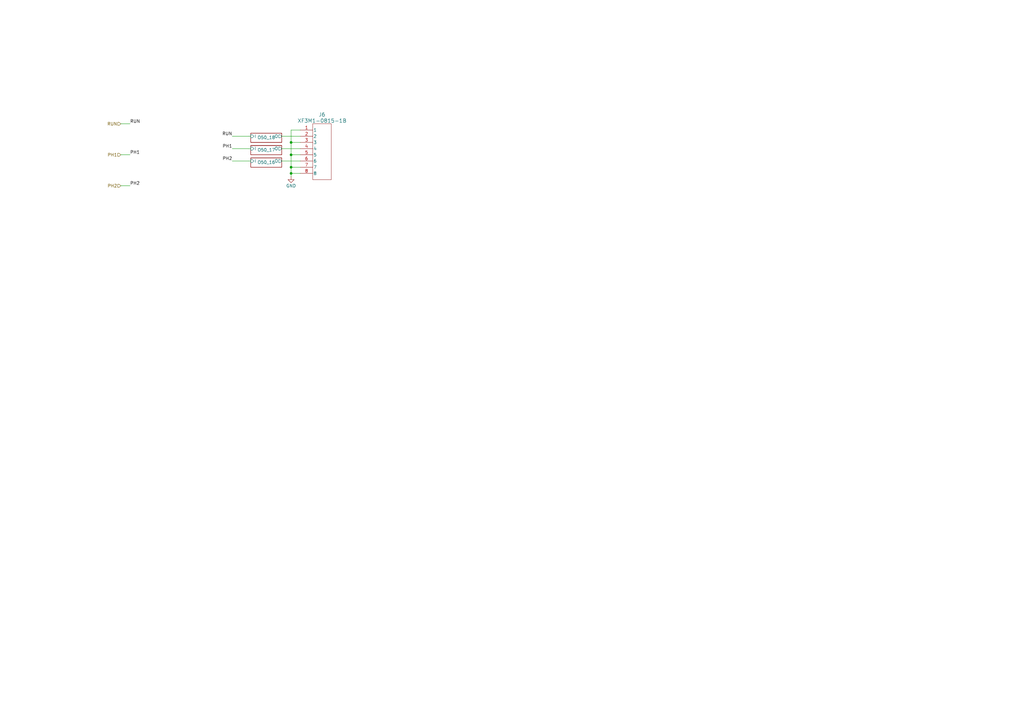
<source format=kicad_sch>
(kicad_sch (version 20230121) (generator eeschema)
  (paper "A3")
  (lib_symbols
    (symbol "MevaLlibreria:XF3M1-0815-1B" (pin_names (offset 0.254))
      (property "Reference" "J" (at 8.89 6.35 0))
      (property "Value" "XF3M1-0815-1B" (at 0 0 0))
      (symbol "XF3M1-0815-1B_0_1"
        (polyline (pts (xy 5.08 -20.32) (xy 12.7 -20.32)) (stroke (width 0.127)))
        (polyline (pts (xy 5.08 2.54) (xy 5.08 -20.32)) (stroke (width 0.127)))
        (polyline (pts (xy 12.7 -20.32) (xy 12.7 2.54)) (stroke (width 0.127)))
        (polyline (pts (xy 12.7 2.54) (xy 5.08 2.54)) (stroke (width 0.127)))
        (pin passive line (at 0 0 0) (length 5.08) (name "1") (number "1"))
        (pin passive line (at 0 -2.54 0) (length 5.08) (name "2") (number "2"))
        (pin passive line (at 0 -5.08 0) (length 5.08) (name "3") (number "3"))
        (pin passive line (at 0 -7.62 0) (length 5.08) (name "4") (number "4"))
        (pin passive line (at 0 -10.16 0) (length 5.08) (name "5") (number "5"))
        (pin passive line (at 0 -12.7 0) (length 5.08) (name "6") (number "6"))
        (pin passive line (at 0 -15.24 0) (length 5.08) (name "7") (number "7"))
        (pin passive line (at 0 -17.78 0) (length 5.08) (name "8") (number "8"))
      )
    )
    (symbol "power:GND" (power) (pin_names (offset 0))
      (property "Value" "GND" (at 0 -3.81 0))
      (symbol "GND_0_1"
        (polyline (pts (xy 0 0) (xy 0 -1.27) (xy 1.27 -1.27) (xy 0 -2.54) (xy -1.27 -1.27) (xy 0 -1.27)))
      )
      (symbol "GND_1_1"
        (pin power_in line (at 0 0 270) (length 0) hide (name "GND") (number "1"))
      )
    )
  )
  (junction (at 119.38 68.58))
  (junction (at 119.38 63.5))
  (junction (at 119.38 71.12))
  (junction (at 119.38 58.42))
  (wire (pts (xy 119.38 53.34) (xy 119.38 58.42)))
  (wire (pts (xy 123.19 53.34) (xy 119.38 53.34)))
  (wire (pts (xy 95.25 60.96) (xy 102.87 60.96)))
  (wire (pts (xy 119.38 58.42) (xy 119.38 63.5)))
  (wire (pts (xy 123.19 68.58) (xy 119.38 68.58)))
  (wire (pts (xy 123.19 60.96) (xy 115.57 60.96)))
  (wire (pts (xy 123.19 63.5) (xy 119.38 63.5)))
  (wire (pts (xy 123.19 58.42) (xy 119.38 58.42)))
  (wire (pts (xy 95.25 66.04) (xy 102.87 66.04)))
  (wire (pts (xy 53.34 50.8) (xy 49.53 50.8)))
  (wire (pts (xy 119.38 63.5) (xy 119.38 68.58)))
  (wire (pts (xy 119.38 68.58) (xy 119.38 71.12)))
  (wire (pts (xy 119.38 71.12) (xy 119.38 72.39)))
  (wire (pts (xy 95.25 55.88) (xy 102.87 55.88)))
  (wire (pts (xy 115.57 66.04) (xy 123.19 66.04)))
  (wire (pts (xy 53.34 63.5) (xy 49.53 63.5)))
  (wire (pts (xy 53.34 76.2) (xy 49.53 76.2)))
  (wire (pts (xy 123.19 71.12) (xy 119.38 71.12)))
  (wire (pts (xy 115.57 55.88) (xy 123.19 55.88)))
  (label "PH2" (at 95.25 66.04 180))
  (label "RUN" (at 53.34 50.8 0))
  (label "PH1" (at 95.25 60.96 180))
  (label "PH1" (at 53.34 63.5 0))
  (label "RUN" (at 95.25 55.88 180))
  (label "PH2" (at 53.34 76.2 0))
  (hierarchical_label "PH1" (shape input) (at 49.53 63.5 180))
  (hierarchical_label "PH2" (shape input) (at 49.53 76.2 180))
  (hierarchical_label "RUN" (shape input) (at 49.53 50.8 180))
  (symbol (lib_id "MevaLlibreria:XF3M1-0815-1B") (at 123.19 53.34 0) (unit 1)
    (property "Reference" "J6" (at 132.08 46.99 0) (effects (font (size 1.524 1.524))))
    (property "Value" "XF3M1-0815-1B" (at 132.08 49.53 0) (effects (font (size 1.524 1.524))))
    (property "Footprint" "MevaLlibreriaFootprint:CONN_XF3M1-0815-1B_OMR" (effects hide))
    (property "Datasheet" "XF3M1-0815-1B" (effects hide))
    (instances (project "MiniCalc_A" (path "" (reference "J6") (unit 1))) (project "MinicalcControlPanel" (path "" (reference "J?") (unit 1)) (path "" (reference "J7") (unit 1)) (path "" (reference "J9") (unit 1)) (path "" (reference "J6") (unit 1)) (path "" (reference "J7") (unit 1)) (path "" (reference "J8") (unit 1)) (path "" (reference "J12") (unit 1)) (path "" (reference "J10") (unit 1)) (path "" (reference "J13") (unit 1)) (path "" (reference "J11") (unit 1))))
  )
  (symbol (lib_id "power:GND") (at 119.38 72.39 0) (mirror y) (unit 1)
    (property "Reference" "#PWR07" (effects hide))
    (property "Value" "GND" (at 119.38 76.2 0))
    (instances (project "MiniCalc_A" (path "" (reference "#PWR07") (unit 1))) (project "MinicalcControlPanel" (path "" (reference "#PWR?") (unit 1)) (path "" (reference "#PWR042") (unit 1)) (path "" (reference "#PWR070") (unit 1)) (path "" (reference "#PWR049") (unit 1)) (path "" (reference "#PWR056") (unit 1)) (path "" (reference "#PWR063") (unit 1)) (path "" (reference "#PWR087") (unit 1)) (path "" (reference "#PWR079") (unit 1)) (path "" (reference "#PWR098") (unit 1)) (path "" (reference "#PWR080") (unit 1))))
  )
  (sheet (at 102.87 64.77) (size 12.7 3.81) (stroke (width 0.1524))
    (property "Sheetname" "O50_16" (at 109.22 67.31 0) (effects (justify bottom)))
    (property "Sheetfile" "../HierarchicalSheets/LineEmitter50.kicad_sch" (effects hide))
    (pin "I" input (at 102.87 66.04 180))
    (pin "O" output (at 115.57 66.04 0))
  )
  (sheet (at 102.87 59.69) (size 12.7 3.81) (stroke (width 0.1524))
    (property "Sheetname" "O50_17" (at 109.22 62.23 0) (effects (justify bottom)))
    (property "Sheetfile" "../HierarchicalSheets/LineEmitter50.kicad_sch" (effects hide))
    (pin "I" input (at 102.87 60.96 180))
    (pin "O" output (at 115.57 60.96 0))
  )
  (sheet (at 102.87 54.61) (size 12.7 3.81) (stroke (width 0.1524))
    (property "Sheetname" "O50_18" (at 109.22 57.15 0) (effects (justify bottom)))
    (property "Sheetfile" "../HierarchicalSheets/LineEmitter50.kicad_sch" (effects hide))
    (pin "I" input (at 102.87 55.88 180))
    (pin "O" output (at 115.57 55.88 0))
  )
)
</source>
